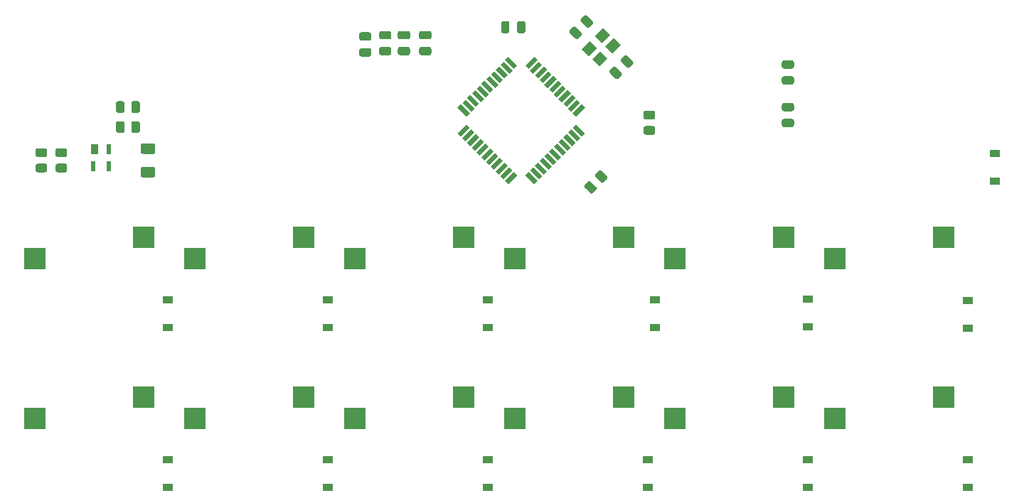
<source format=gbr>
%TF.GenerationSoftware,KiCad,Pcbnew,(5.1.9)-1*%
%TF.CreationDate,2021-03-22T08:17:26-07:00*%
%TF.ProjectId,millipad,6d696c6c-6970-4616-942e-6b696361645f,rev?*%
%TF.SameCoordinates,Original*%
%TF.FileFunction,Paste,Bot*%
%TF.FilePolarity,Positive*%
%FSLAX46Y46*%
G04 Gerber Fmt 4.6, Leading zero omitted, Abs format (unit mm)*
G04 Created by KiCad (PCBNEW (5.1.9)-1) date 2021-03-22 08:17:26*
%MOMM*%
%LPD*%
G01*
G04 APERTURE LIST*
%ADD10C,0.100000*%
%ADD11R,0.482600X1.168400*%
%ADD12R,0.889000X1.168400*%
%ADD13R,2.550000X2.500000*%
%ADD14R,1.200000X0.900000*%
G04 APERTURE END LIST*
%TO.C,C1*%
G36*
G01*
X120651250Y-45376250D02*
X121601250Y-45376250D01*
G75*
G02*
X121851250Y-45626250I0J-250000D01*
G01*
X121851250Y-46126250D01*
G75*
G02*
X121601250Y-46376250I-250000J0D01*
G01*
X120651250Y-46376250D01*
G75*
G02*
X120401250Y-46126250I0J250000D01*
G01*
X120401250Y-45626250D01*
G75*
G02*
X120651250Y-45376250I250000J0D01*
G01*
G37*
G36*
G01*
X120651250Y-43476250D02*
X121601250Y-43476250D01*
G75*
G02*
X121851250Y-43726250I0J-250000D01*
G01*
X121851250Y-44226250D01*
G75*
G02*
X121601250Y-44476250I-250000J0D01*
G01*
X120651250Y-44476250D01*
G75*
G02*
X120401250Y-44226250I0J250000D01*
G01*
X120401250Y-43726250D01*
G75*
G02*
X120651250Y-43476250I250000J0D01*
G01*
G37*
%TD*%
D10*
%TO.C,Y1*%
G36*
X149472488Y-42945653D02*
G01*
X150321016Y-43794181D01*
X149331066Y-44784131D01*
X148482538Y-43935603D01*
X149472488Y-42945653D01*
G37*
G36*
X147916853Y-44501288D02*
G01*
X148765381Y-45349816D01*
X147775431Y-46339766D01*
X146926903Y-45491238D01*
X147916853Y-44501288D01*
G37*
G36*
X149118934Y-45703369D02*
G01*
X149967462Y-46551897D01*
X148977512Y-47541847D01*
X148128984Y-46693319D01*
X149118934Y-45703369D01*
G37*
G36*
X150674569Y-44147734D02*
G01*
X151523097Y-44996262D01*
X150533147Y-45986212D01*
X149684619Y-45137684D01*
X150674569Y-44147734D01*
G37*
%TD*%
D11*
%TO.C,U2*%
X88696799Y-59436000D03*
X90596801Y-59436000D03*
X90596800Y-57404000D03*
D12*
X88900000Y-57404000D03*
%TD*%
D10*
%TO.C,U1*%
G36*
X133176940Y-54452298D02*
G01*
X133565848Y-54841206D01*
X132505188Y-55901866D01*
X132116280Y-55512958D01*
X133176940Y-54452298D01*
G37*
G36*
X133742626Y-55017983D02*
G01*
X134131534Y-55406891D01*
X133070874Y-56467551D01*
X132681966Y-56078643D01*
X133742626Y-55017983D01*
G37*
G36*
X134308311Y-55583668D02*
G01*
X134697219Y-55972576D01*
X133636559Y-57033236D01*
X133247651Y-56644328D01*
X134308311Y-55583668D01*
G37*
G36*
X134873996Y-56149354D02*
G01*
X135262904Y-56538262D01*
X134202244Y-57598922D01*
X133813336Y-57210014D01*
X134873996Y-56149354D01*
G37*
G36*
X135439682Y-56715039D02*
G01*
X135828590Y-57103947D01*
X134767930Y-58164607D01*
X134379022Y-57775699D01*
X135439682Y-56715039D01*
G37*
G36*
X136005367Y-57280725D02*
G01*
X136394275Y-57669633D01*
X135333615Y-58730293D01*
X134944707Y-58341385D01*
X136005367Y-57280725D01*
G37*
G36*
X136571053Y-57846410D02*
G01*
X136959961Y-58235318D01*
X135899301Y-59295978D01*
X135510393Y-58907070D01*
X136571053Y-57846410D01*
G37*
G36*
X137136738Y-58412096D02*
G01*
X137525646Y-58801004D01*
X136464986Y-59861664D01*
X136076078Y-59472756D01*
X137136738Y-58412096D01*
G37*
G36*
X137702424Y-58977781D02*
G01*
X138091332Y-59366689D01*
X137030672Y-60427349D01*
X136641764Y-60038441D01*
X137702424Y-58977781D01*
G37*
G36*
X138268109Y-59543466D02*
G01*
X138657017Y-59932374D01*
X137596357Y-60993034D01*
X137207449Y-60604126D01*
X138268109Y-59543466D01*
G37*
G36*
X138833794Y-60109152D02*
G01*
X139222702Y-60498060D01*
X138162042Y-61558720D01*
X137773134Y-61169812D01*
X138833794Y-60109152D01*
G37*
G36*
X140177298Y-60498060D02*
G01*
X140566206Y-60109152D01*
X141626866Y-61169812D01*
X141237958Y-61558720D01*
X140177298Y-60498060D01*
G37*
G36*
X140742983Y-59932374D02*
G01*
X141131891Y-59543466D01*
X142192551Y-60604126D01*
X141803643Y-60993034D01*
X140742983Y-59932374D01*
G37*
G36*
X141308668Y-59366689D02*
G01*
X141697576Y-58977781D01*
X142758236Y-60038441D01*
X142369328Y-60427349D01*
X141308668Y-59366689D01*
G37*
G36*
X141874354Y-58801004D02*
G01*
X142263262Y-58412096D01*
X143323922Y-59472756D01*
X142935014Y-59861664D01*
X141874354Y-58801004D01*
G37*
G36*
X142440039Y-58235318D02*
G01*
X142828947Y-57846410D01*
X143889607Y-58907070D01*
X143500699Y-59295978D01*
X142440039Y-58235318D01*
G37*
G36*
X143005725Y-57669633D02*
G01*
X143394633Y-57280725D01*
X144455293Y-58341385D01*
X144066385Y-58730293D01*
X143005725Y-57669633D01*
G37*
G36*
X143571410Y-57103947D02*
G01*
X143960318Y-56715039D01*
X145020978Y-57775699D01*
X144632070Y-58164607D01*
X143571410Y-57103947D01*
G37*
G36*
X144137096Y-56538262D02*
G01*
X144526004Y-56149354D01*
X145586664Y-57210014D01*
X145197756Y-57598922D01*
X144137096Y-56538262D01*
G37*
G36*
X144702781Y-55972576D02*
G01*
X145091689Y-55583668D01*
X146152349Y-56644328D01*
X145763441Y-57033236D01*
X144702781Y-55972576D01*
G37*
G36*
X145268466Y-55406891D02*
G01*
X145657374Y-55017983D01*
X146718034Y-56078643D01*
X146329126Y-56467551D01*
X145268466Y-55406891D01*
G37*
G36*
X145834152Y-54841206D02*
G01*
X146223060Y-54452298D01*
X147283720Y-55512958D01*
X146894812Y-55901866D01*
X145834152Y-54841206D01*
G37*
G36*
X146894812Y-52048134D02*
G01*
X147283720Y-52437042D01*
X146223060Y-53497702D01*
X145834152Y-53108794D01*
X146894812Y-52048134D01*
G37*
G36*
X146329126Y-51482449D02*
G01*
X146718034Y-51871357D01*
X145657374Y-52932017D01*
X145268466Y-52543109D01*
X146329126Y-51482449D01*
G37*
G36*
X145763441Y-50916764D02*
G01*
X146152349Y-51305672D01*
X145091689Y-52366332D01*
X144702781Y-51977424D01*
X145763441Y-50916764D01*
G37*
G36*
X145197756Y-50351078D02*
G01*
X145586664Y-50739986D01*
X144526004Y-51800646D01*
X144137096Y-51411738D01*
X145197756Y-50351078D01*
G37*
G36*
X144632070Y-49785393D02*
G01*
X145020978Y-50174301D01*
X143960318Y-51234961D01*
X143571410Y-50846053D01*
X144632070Y-49785393D01*
G37*
G36*
X144066385Y-49219707D02*
G01*
X144455293Y-49608615D01*
X143394633Y-50669275D01*
X143005725Y-50280367D01*
X144066385Y-49219707D01*
G37*
G36*
X143500699Y-48654022D02*
G01*
X143889607Y-49042930D01*
X142828947Y-50103590D01*
X142440039Y-49714682D01*
X143500699Y-48654022D01*
G37*
G36*
X142935014Y-48088336D02*
G01*
X143323922Y-48477244D01*
X142263262Y-49537904D01*
X141874354Y-49148996D01*
X142935014Y-48088336D01*
G37*
G36*
X142369328Y-47522651D02*
G01*
X142758236Y-47911559D01*
X141697576Y-48972219D01*
X141308668Y-48583311D01*
X142369328Y-47522651D01*
G37*
G36*
X141803643Y-46956966D02*
G01*
X142192551Y-47345874D01*
X141131891Y-48406534D01*
X140742983Y-48017626D01*
X141803643Y-46956966D01*
G37*
G36*
X141237958Y-46391280D02*
G01*
X141626866Y-46780188D01*
X140566206Y-47840848D01*
X140177298Y-47451940D01*
X141237958Y-46391280D01*
G37*
G36*
X137773134Y-46780188D02*
G01*
X138162042Y-46391280D01*
X139222702Y-47451940D01*
X138833794Y-47840848D01*
X137773134Y-46780188D01*
G37*
G36*
X137207449Y-47345874D02*
G01*
X137596357Y-46956966D01*
X138657017Y-48017626D01*
X138268109Y-48406534D01*
X137207449Y-47345874D01*
G37*
G36*
X136641764Y-47911559D02*
G01*
X137030672Y-47522651D01*
X138091332Y-48583311D01*
X137702424Y-48972219D01*
X136641764Y-47911559D01*
G37*
G36*
X136076078Y-48477244D02*
G01*
X136464986Y-48088336D01*
X137525646Y-49148996D01*
X137136738Y-49537904D01*
X136076078Y-48477244D01*
G37*
G36*
X135510393Y-49042930D02*
G01*
X135899301Y-48654022D01*
X136959961Y-49714682D01*
X136571053Y-50103590D01*
X135510393Y-49042930D01*
G37*
G36*
X134944707Y-49608615D02*
G01*
X135333615Y-49219707D01*
X136394275Y-50280367D01*
X136005367Y-50669275D01*
X134944707Y-49608615D01*
G37*
G36*
X134379022Y-50174301D02*
G01*
X134767930Y-49785393D01*
X135828590Y-50846053D01*
X135439682Y-51234961D01*
X134379022Y-50174301D01*
G37*
G36*
X133813336Y-50739986D02*
G01*
X134202244Y-50351078D01*
X135262904Y-51411738D01*
X134873996Y-51800646D01*
X133813336Y-50739986D01*
G37*
G36*
X133247651Y-51305672D02*
G01*
X133636559Y-50916764D01*
X134697219Y-51977424D01*
X134308311Y-52366332D01*
X133247651Y-51305672D01*
G37*
G36*
X132681966Y-51871357D02*
G01*
X133070874Y-51482449D01*
X134131534Y-52543109D01*
X133742626Y-52932017D01*
X132681966Y-51871357D01*
G37*
G36*
X132116280Y-52437042D02*
G01*
X132505188Y-52048134D01*
X133565848Y-53108794D01*
X133176940Y-53497702D01*
X132116280Y-52437042D01*
G37*
%TD*%
%TO.C,R6*%
G36*
G01*
X84481249Y-59137500D02*
X85381251Y-59137500D01*
G75*
G02*
X85631250Y-59387499I0J-249999D01*
G01*
X85631250Y-59912501D01*
G75*
G02*
X85381251Y-60162500I-249999J0D01*
G01*
X84481249Y-60162500D01*
G75*
G02*
X84231250Y-59912501I0J249999D01*
G01*
X84231250Y-59387499D01*
G75*
G02*
X84481249Y-59137500I249999J0D01*
G01*
G37*
G36*
G01*
X84481249Y-57312500D02*
X85381251Y-57312500D01*
G75*
G02*
X85631250Y-57562499I0J-249999D01*
G01*
X85631250Y-58087501D01*
G75*
G02*
X85381251Y-58337500I-249999J0D01*
G01*
X84481249Y-58337500D01*
G75*
G02*
X84231250Y-58087501I0J249999D01*
G01*
X84231250Y-57562499D01*
G75*
G02*
X84481249Y-57312500I249999J0D01*
G01*
G37*
%TD*%
%TO.C,R5*%
G36*
G01*
X82099999Y-59137500D02*
X83000001Y-59137500D01*
G75*
G02*
X83250000Y-59387499I0J-249999D01*
G01*
X83250000Y-59912501D01*
G75*
G02*
X83000001Y-60162500I-249999J0D01*
G01*
X82099999Y-60162500D01*
G75*
G02*
X81850000Y-59912501I0J249999D01*
G01*
X81850000Y-59387499D01*
G75*
G02*
X82099999Y-59137500I249999J0D01*
G01*
G37*
G36*
G01*
X82099999Y-57312500D02*
X83000001Y-57312500D01*
G75*
G02*
X83250000Y-57562499I0J-249999D01*
G01*
X83250000Y-58087501D01*
G75*
G02*
X83000001Y-58337500I-249999J0D01*
G01*
X82099999Y-58337500D01*
G75*
G02*
X81850000Y-58087501I0J249999D01*
G01*
X81850000Y-57562499D01*
G75*
G02*
X82099999Y-57312500I249999J0D01*
G01*
G37*
%TD*%
%TO.C,R4*%
G36*
G01*
X147988958Y-61282144D02*
X148625356Y-61918542D01*
G75*
G02*
X148625356Y-62272094I-176776J-176776D01*
G01*
X148254124Y-62643326D01*
G75*
G02*
X147900572Y-62643326I-176776J176776D01*
G01*
X147264174Y-62006928D01*
G75*
G02*
X147264174Y-61653376I176776J176776D01*
G01*
X147635406Y-61282144D01*
G75*
G02*
X147988958Y-61282144I176776J-176776D01*
G01*
G37*
G36*
G01*
X149279428Y-59991674D02*
X149915826Y-60628072D01*
G75*
G02*
X149915826Y-60981624I-176776J-176776D01*
G01*
X149544594Y-61352856D01*
G75*
G02*
X149191042Y-61352856I-176776J176776D01*
G01*
X148554644Y-60716458D01*
G75*
G02*
X148554644Y-60362906I176776J176776D01*
G01*
X148925876Y-59991674D01*
G75*
G02*
X149279428Y-59991674I176776J-176776D01*
G01*
G37*
%TD*%
%TO.C,R3*%
G36*
G01*
X155390001Y-53852500D02*
X154489999Y-53852500D01*
G75*
G02*
X154240000Y-53602501I0J249999D01*
G01*
X154240000Y-53077499D01*
G75*
G02*
X154489999Y-52827500I249999J0D01*
G01*
X155390001Y-52827500D01*
G75*
G02*
X155640000Y-53077499I0J-249999D01*
G01*
X155640000Y-53602501D01*
G75*
G02*
X155390001Y-53852500I-249999J0D01*
G01*
G37*
G36*
G01*
X155390001Y-55677500D02*
X154489999Y-55677500D01*
G75*
G02*
X154240000Y-55427501I0J249999D01*
G01*
X154240000Y-54902499D01*
G75*
G02*
X154489999Y-54652500I249999J0D01*
G01*
X155390001Y-54652500D01*
G75*
G02*
X155640000Y-54902499I0J-249999D01*
G01*
X155640000Y-55427501D01*
G75*
G02*
X155390001Y-55677500I-249999J0D01*
G01*
G37*
%TD*%
%TO.C,R2*%
G36*
G01*
X92468750Y-54318749D02*
X92468750Y-55218751D01*
G75*
G02*
X92218751Y-55468750I-249999J0D01*
G01*
X91693749Y-55468750D01*
G75*
G02*
X91443750Y-55218751I0J249999D01*
G01*
X91443750Y-54318749D01*
G75*
G02*
X91693749Y-54068750I249999J0D01*
G01*
X92218751Y-54068750D01*
G75*
G02*
X92468750Y-54318749I0J-249999D01*
G01*
G37*
G36*
G01*
X94293750Y-54318749D02*
X94293750Y-55218751D01*
G75*
G02*
X94043751Y-55468750I-249999J0D01*
G01*
X93518749Y-55468750D01*
G75*
G02*
X93268750Y-55218751I0J249999D01*
G01*
X93268750Y-54318749D01*
G75*
G02*
X93518749Y-54068750I249999J0D01*
G01*
X94043751Y-54068750D01*
G75*
G02*
X94293750Y-54318749I0J-249999D01*
G01*
G37*
%TD*%
%TO.C,R1*%
G36*
G01*
X92468750Y-51937499D02*
X92468750Y-52837501D01*
G75*
G02*
X92218751Y-53087500I-249999J0D01*
G01*
X91693749Y-53087500D01*
G75*
G02*
X91443750Y-52837501I0J249999D01*
G01*
X91443750Y-51937499D01*
G75*
G02*
X91693749Y-51687500I249999J0D01*
G01*
X92218751Y-51687500D01*
G75*
G02*
X92468750Y-51937499I0J-249999D01*
G01*
G37*
G36*
G01*
X94293750Y-51937499D02*
X94293750Y-52837501D01*
G75*
G02*
X94043751Y-53087500I-249999J0D01*
G01*
X93518749Y-53087500D01*
G75*
G02*
X93268750Y-52837501I0J249999D01*
G01*
X93268750Y-51937499D01*
G75*
G02*
X93518749Y-51687500I249999J0D01*
G01*
X94043751Y-51687500D01*
G75*
G02*
X94293750Y-51937499I0J-249999D01*
G01*
G37*
%TD*%
D13*
%TO.C,MX12*%
X189992000Y-86995000D03*
X177065000Y-89535000D03*
%TD*%
%TO.C,MX11*%
X189992000Y-67945000D03*
X177065000Y-70485000D03*
%TD*%
%TO.C,MX10*%
X170942000Y-86995000D03*
X158015000Y-89535000D03*
%TD*%
%TO.C,MX9*%
X170942000Y-67945000D03*
X158015000Y-70485000D03*
%TD*%
%TO.C,MX8*%
X151892000Y-86995000D03*
X138965000Y-89535000D03*
%TD*%
%TO.C,MX7*%
X151892000Y-67945000D03*
X138965000Y-70485000D03*
%TD*%
%TO.C,MX6*%
X132842000Y-86995000D03*
X119915000Y-89535000D03*
%TD*%
%TO.C,MX5*%
X132842000Y-67945000D03*
X119915000Y-70485000D03*
%TD*%
%TO.C,MX4*%
X113792000Y-86995000D03*
X100865000Y-89535000D03*
%TD*%
%TO.C,MX3*%
X113792000Y-67945000D03*
X100865000Y-70485000D03*
%TD*%
%TO.C,MX2*%
X94742000Y-86995000D03*
X81815000Y-89535000D03*
%TD*%
%TO.C,MX1*%
X94742000Y-67945000D03*
X81815000Y-70485000D03*
%TD*%
%TO.C,F1*%
G36*
G01*
X95875000Y-57962500D02*
X94625000Y-57962500D01*
G75*
G02*
X94375000Y-57712500I0J250000D01*
G01*
X94375000Y-56962500D01*
G75*
G02*
X94625000Y-56712500I250000J0D01*
G01*
X95875000Y-56712500D01*
G75*
G02*
X96125000Y-56962500I0J-250000D01*
G01*
X96125000Y-57712500D01*
G75*
G02*
X95875000Y-57962500I-250000J0D01*
G01*
G37*
G36*
G01*
X95875000Y-60762500D02*
X94625000Y-60762500D01*
G75*
G02*
X94375000Y-60512500I0J250000D01*
G01*
X94375000Y-59762500D01*
G75*
G02*
X94625000Y-59512500I250000J0D01*
G01*
X95875000Y-59512500D01*
G75*
G02*
X96125000Y-59762500I0J-250000D01*
G01*
X96125000Y-60512500D01*
G75*
G02*
X95875000Y-60762500I-250000J0D01*
G01*
G37*
%TD*%
D14*
%TO.C,D13*%
X196056250Y-57881250D03*
X196056250Y-61181250D03*
%TD*%
%TO.C,D12*%
X192881250Y-94393750D03*
X192881250Y-97693750D03*
%TD*%
%TO.C,D11*%
X192881250Y-75406250D03*
X192881250Y-78706250D03*
%TD*%
%TO.C,D10*%
X173831250Y-94393750D03*
X173831250Y-97693750D03*
%TD*%
%TO.C,D9*%
X173831250Y-75281250D03*
X173831250Y-78581250D03*
%TD*%
%TO.C,D8*%
X154781250Y-94393750D03*
X154781250Y-97693750D03*
%TD*%
%TO.C,D7*%
X155575000Y-75343750D03*
X155575000Y-78643750D03*
%TD*%
%TO.C,D6*%
X135731250Y-94393750D03*
X135731250Y-97693750D03*
%TD*%
%TO.C,D5*%
X135731250Y-75343750D03*
X135731250Y-78643750D03*
%TD*%
%TO.C,D4*%
X116681250Y-94393750D03*
X116681250Y-97693750D03*
%TD*%
%TO.C,D3*%
X116681250Y-75343750D03*
X116681250Y-78643750D03*
%TD*%
%TO.C,D2*%
X97631250Y-94393750D03*
X97631250Y-97693750D03*
%TD*%
%TO.C,D1*%
X97631250Y-75343750D03*
X97631250Y-78643750D03*
%TD*%
%TO.C,C9*%
G36*
G01*
X171925000Y-52890000D02*
X170975000Y-52890000D01*
G75*
G02*
X170725000Y-52640000I0J250000D01*
G01*
X170725000Y-52140000D01*
G75*
G02*
X170975000Y-51890000I250000J0D01*
G01*
X171925000Y-51890000D01*
G75*
G02*
X172175000Y-52140000I0J-250000D01*
G01*
X172175000Y-52640000D01*
G75*
G02*
X171925000Y-52890000I-250000J0D01*
G01*
G37*
G36*
G01*
X171925000Y-54790000D02*
X170975000Y-54790000D01*
G75*
G02*
X170725000Y-54540000I0J250000D01*
G01*
X170725000Y-54040000D01*
G75*
G02*
X170975000Y-53790000I250000J0D01*
G01*
X171925000Y-53790000D01*
G75*
G02*
X172175000Y-54040000I0J-250000D01*
G01*
X172175000Y-54540000D01*
G75*
G02*
X171925000Y-54790000I-250000J0D01*
G01*
G37*
%TD*%
%TO.C,C8*%
G36*
G01*
X171925000Y-47810000D02*
X170975000Y-47810000D01*
G75*
G02*
X170725000Y-47560000I0J250000D01*
G01*
X170725000Y-47060000D01*
G75*
G02*
X170975000Y-46810000I250000J0D01*
G01*
X171925000Y-46810000D01*
G75*
G02*
X172175000Y-47060000I0J-250000D01*
G01*
X172175000Y-47560000D01*
G75*
G02*
X171925000Y-47810000I-250000J0D01*
G01*
G37*
G36*
G01*
X171925000Y-49710000D02*
X170975000Y-49710000D01*
G75*
G02*
X170725000Y-49460000I0J250000D01*
G01*
X170725000Y-48960000D01*
G75*
G02*
X170975000Y-48710000I250000J0D01*
G01*
X171925000Y-48710000D01*
G75*
G02*
X172175000Y-48960000I0J-250000D01*
G01*
X172175000Y-49460000D01*
G75*
G02*
X171925000Y-49710000I-250000J0D01*
G01*
G37*
%TD*%
%TO.C,C7*%
G36*
G01*
X139200000Y-43337500D02*
X139200000Y-42387500D01*
G75*
G02*
X139450000Y-42137500I250000J0D01*
G01*
X139950000Y-42137500D01*
G75*
G02*
X140200000Y-42387500I0J-250000D01*
G01*
X140200000Y-43337500D01*
G75*
G02*
X139950000Y-43587500I-250000J0D01*
G01*
X139450000Y-43587500D01*
G75*
G02*
X139200000Y-43337500I0J250000D01*
G01*
G37*
G36*
G01*
X137300000Y-43337500D02*
X137300000Y-42387500D01*
G75*
G02*
X137550000Y-42137500I250000J0D01*
G01*
X138050000Y-42137500D01*
G75*
G02*
X138300000Y-42387500I0J-250000D01*
G01*
X138300000Y-43337500D01*
G75*
G02*
X138050000Y-43587500I-250000J0D01*
G01*
X137550000Y-43587500D01*
G75*
G02*
X137300000Y-43337500I0J250000D01*
G01*
G37*
%TD*%
%TO.C,C6*%
G36*
G01*
X127795000Y-45220000D02*
X128745000Y-45220000D01*
G75*
G02*
X128995000Y-45470000I0J-250000D01*
G01*
X128995000Y-45970000D01*
G75*
G02*
X128745000Y-46220000I-250000J0D01*
G01*
X127795000Y-46220000D01*
G75*
G02*
X127545000Y-45970000I0J250000D01*
G01*
X127545000Y-45470000D01*
G75*
G02*
X127795000Y-45220000I250000J0D01*
G01*
G37*
G36*
G01*
X127795000Y-43320000D02*
X128745000Y-43320000D01*
G75*
G02*
X128995000Y-43570000I0J-250000D01*
G01*
X128995000Y-44070000D01*
G75*
G02*
X128745000Y-44320000I-250000J0D01*
G01*
X127795000Y-44320000D01*
G75*
G02*
X127545000Y-44070000I0J250000D01*
G01*
X127545000Y-43570000D01*
G75*
G02*
X127795000Y-43320000I250000J0D01*
G01*
G37*
%TD*%
%TO.C,C5*%
G36*
G01*
X147497823Y-42880178D02*
X146826072Y-42208427D01*
G75*
G02*
X146826072Y-41854873I176777J176777D01*
G01*
X147179625Y-41501320D01*
G75*
G02*
X147533179Y-41501320I176777J-176777D01*
G01*
X148204930Y-42173071D01*
G75*
G02*
X148204930Y-42526625I-176777J-176777D01*
G01*
X147851377Y-42880178D01*
G75*
G02*
X147497823Y-42880178I-176777J176777D01*
G01*
G37*
G36*
G01*
X146154321Y-44223680D02*
X145482570Y-43551929D01*
G75*
G02*
X145482570Y-43198375I176777J176777D01*
G01*
X145836123Y-42844822D01*
G75*
G02*
X146189677Y-42844822I176777J-176777D01*
G01*
X146861428Y-43516573D01*
G75*
G02*
X146861428Y-43870127I-176777J-176777D01*
G01*
X146507875Y-44223680D01*
G75*
G02*
X146154321Y-44223680I-176777J176777D01*
G01*
G37*
%TD*%
%TO.C,C4*%
G36*
G01*
X150952177Y-47607322D02*
X151623928Y-48279073D01*
G75*
G02*
X151623928Y-48632627I-176777J-176777D01*
G01*
X151270375Y-48986180D01*
G75*
G02*
X150916821Y-48986180I-176777J176777D01*
G01*
X150245070Y-48314429D01*
G75*
G02*
X150245070Y-47960875I176777J176777D01*
G01*
X150598623Y-47607322D01*
G75*
G02*
X150952177Y-47607322I176777J-176777D01*
G01*
G37*
G36*
G01*
X152295679Y-46263820D02*
X152967430Y-46935571D01*
G75*
G02*
X152967430Y-47289125I-176777J-176777D01*
G01*
X152613877Y-47642678D01*
G75*
G02*
X152260323Y-47642678I-176777J176777D01*
G01*
X151588572Y-46970927D01*
G75*
G02*
X151588572Y-46617373I176777J176777D01*
G01*
X151942125Y-46263820D01*
G75*
G02*
X152295679Y-46263820I176777J-176777D01*
G01*
G37*
%TD*%
%TO.C,C3*%
G36*
G01*
X125255000Y-45220000D02*
X126205000Y-45220000D01*
G75*
G02*
X126455000Y-45470000I0J-250000D01*
G01*
X126455000Y-45970000D01*
G75*
G02*
X126205000Y-46220000I-250000J0D01*
G01*
X125255000Y-46220000D01*
G75*
G02*
X125005000Y-45970000I0J250000D01*
G01*
X125005000Y-45470000D01*
G75*
G02*
X125255000Y-45220000I250000J0D01*
G01*
G37*
G36*
G01*
X125255000Y-43320000D02*
X126205000Y-43320000D01*
G75*
G02*
X126455000Y-43570000I0J-250000D01*
G01*
X126455000Y-44070000D01*
G75*
G02*
X126205000Y-44320000I-250000J0D01*
G01*
X125255000Y-44320000D01*
G75*
G02*
X125005000Y-44070000I0J250000D01*
G01*
X125005000Y-43570000D01*
G75*
G02*
X125255000Y-43320000I250000J0D01*
G01*
G37*
%TD*%
%TO.C,C2*%
G36*
G01*
X123032500Y-45220000D02*
X123982500Y-45220000D01*
G75*
G02*
X124232500Y-45470000I0J-250000D01*
G01*
X124232500Y-45970000D01*
G75*
G02*
X123982500Y-46220000I-250000J0D01*
G01*
X123032500Y-46220000D01*
G75*
G02*
X122782500Y-45970000I0J250000D01*
G01*
X122782500Y-45470000D01*
G75*
G02*
X123032500Y-45220000I250000J0D01*
G01*
G37*
G36*
G01*
X123032500Y-43320000D02*
X123982500Y-43320000D01*
G75*
G02*
X124232500Y-43570000I0J-250000D01*
G01*
X124232500Y-44070000D01*
G75*
G02*
X123982500Y-44320000I-250000J0D01*
G01*
X123032500Y-44320000D01*
G75*
G02*
X122782500Y-44070000I0J250000D01*
G01*
X122782500Y-43570000D01*
G75*
G02*
X123032500Y-43320000I250000J0D01*
G01*
G37*
%TD*%
M02*

</source>
